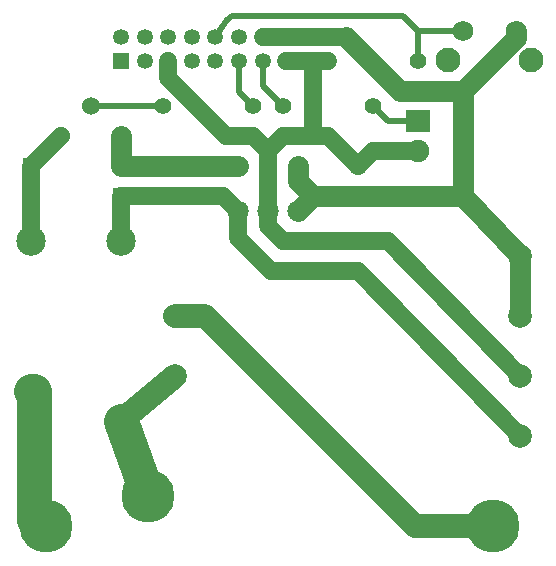
<source format=gbl>
G04 #@! TF.FileFunction,Copper,L2,Bot,Signal*
%FSLAX46Y46*%
G04 Gerber Fmt 4.6, Leading zero omitted, Abs format (unit mm)*
G04 Created by KiCad (PCBNEW 4.0.2-stable) date 31-5-2016 17:43:18*
%MOMM*%
G01*
G04 APERTURE LIST*
%ADD10C,0.100000*%
%ADD11R,2.000000X1.900000*%
%ADD12C,1.900000*%
%ADD13C,2.100000*%
%ADD14C,1.750000*%
%ADD15C,1.524000*%
%ADD16R,1.350000X1.350000*%
%ADD17C,1.350000*%
%ADD18R,1.397000X1.397000*%
%ADD19C,1.397000*%
%ADD20C,2.500000*%
%ADD21R,1.300000X1.300000*%
%ADD22C,1.300000*%
%ADD23C,4.500880*%
%ADD24C,2.000000*%
%ADD25C,1.800000*%
%ADD26C,0.600000*%
%ADD27C,0.500000*%
%ADD28C,1.500000*%
%ADD29C,2.000000*%
%ADD30C,3.000000*%
%ADD31C,1.800000*%
G04 APERTURE END LIST*
D10*
D11*
X177800000Y-107950000D03*
D12*
X177800000Y-110490000D03*
D13*
X187370000Y-102820000D03*
D14*
X186110000Y-100330000D03*
X181610000Y-100330000D03*
D13*
X180360000Y-102820000D03*
D15*
X150114000Y-106680000D03*
X152654000Y-109220000D03*
X147574000Y-109220000D03*
D16*
X152654000Y-102870000D03*
D17*
X154654000Y-102870000D03*
X156654000Y-102870000D03*
X158654000Y-102870000D03*
X160654000Y-102870000D03*
X162654000Y-102870000D03*
X164654000Y-102870000D03*
X166654000Y-102870000D03*
X152654000Y-100870000D03*
X154654000Y-100870000D03*
X156654000Y-100870000D03*
X158654000Y-100870000D03*
X160654000Y-100870000D03*
X162654000Y-100870000D03*
X164654000Y-100870000D03*
X166654000Y-100870000D03*
D18*
X152654000Y-114300000D03*
D19*
X145034000Y-114300000D03*
D18*
X145034000Y-111760000D03*
D19*
X152654000Y-111760000D03*
D20*
X152654000Y-118110000D03*
X145034000Y-118110000D03*
X152654000Y-133350000D03*
X145034000Y-130810000D03*
D19*
X156210000Y-106680000D03*
X163830000Y-106680000D03*
X173990000Y-106680000D03*
X166370000Y-106680000D03*
D21*
X157480000Y-114300000D03*
D22*
X157480000Y-111800000D03*
D21*
X172720000Y-111760000D03*
D22*
X172720000Y-114260000D03*
D19*
X170180000Y-102870000D03*
X177800000Y-102870000D03*
D23*
X154940000Y-139700000D03*
X184150000Y-142240000D03*
X146304000Y-142240000D03*
D24*
X186436000Y-129540000D03*
X159766000Y-124460000D03*
X186436000Y-124460000D03*
X157226000Y-129540000D03*
X157226000Y-124460000D03*
X186436000Y-119380000D03*
X186436000Y-134620000D03*
D25*
X165100000Y-115570000D03*
X167640000Y-115570000D03*
X162560000Y-115570000D03*
D26*
X162560000Y-111760000D03*
X167640000Y-111760000D03*
D27*
X164654000Y-102870000D02*
X164654000Y-104964000D01*
X164654000Y-104964000D02*
X166370000Y-106680000D01*
D28*
X147574000Y-109220000D02*
X145034000Y-111760000D01*
X145034000Y-111760000D02*
X145034000Y-114300000D01*
X145034000Y-114300000D02*
X145034000Y-118110000D01*
X162560000Y-116840000D02*
X162560000Y-117856000D01*
X162560000Y-117856000D02*
X165354000Y-120650000D01*
X165354000Y-120650000D02*
X166370000Y-120650000D01*
X166370000Y-120650000D02*
X172720000Y-120650000D01*
X162560000Y-116840000D02*
X162560000Y-115570000D01*
X186436000Y-134620000D02*
X172720000Y-120650000D01*
X157480000Y-114300000D02*
X161290000Y-114300000D01*
X161290000Y-114300000D02*
X162560000Y-115570000D01*
X152654000Y-114300000D02*
X157480000Y-114300000D01*
X152654000Y-114300000D02*
X152654000Y-118110000D01*
D29*
X157226000Y-129540000D02*
X152654000Y-133350000D01*
D30*
X152654000Y-133350000D02*
X154940000Y-139700000D01*
D29*
X159766000Y-124460000D02*
X177546000Y-142240000D01*
X177546000Y-142240000D02*
X184150000Y-142240000D01*
X157226000Y-124460000D02*
X159766000Y-124460000D01*
D27*
X150114000Y-106680000D02*
X156210000Y-106680000D01*
D28*
X166654000Y-100870000D02*
X171704000Y-100870000D01*
D31*
X171736000Y-100870000D02*
X176276000Y-105410000D01*
X176276000Y-105410000D02*
X177800000Y-105410000D01*
X177800000Y-105410000D02*
X181610000Y-105410000D01*
X171704000Y-100870000D02*
X171736000Y-100870000D01*
X186436000Y-119380000D02*
X186436000Y-124460000D01*
X168910000Y-114300000D02*
X172680000Y-114300000D01*
X172680000Y-114300000D02*
X181610000Y-114300000D01*
X167640000Y-111760000D02*
X167640000Y-113030000D01*
X167640000Y-113030000D02*
X168910000Y-114300000D01*
X157440000Y-111760000D02*
X162560000Y-111760000D01*
X181610000Y-105410000D02*
X181610000Y-114300000D01*
X167640000Y-115570000D02*
X168910000Y-114300000D01*
X181610000Y-114300000D02*
X186436000Y-119380000D01*
X152654000Y-111760000D02*
X157440000Y-111760000D01*
D28*
X164654000Y-100870000D02*
X166654000Y-100870000D01*
D31*
X152654000Y-109220000D02*
X152654000Y-111760000D01*
X186110000Y-100330000D02*
X186110000Y-100910000D01*
X186110000Y-100910000D02*
X181610000Y-105410000D01*
D27*
X162654000Y-102870000D02*
X162654000Y-105504000D01*
X162654000Y-105504000D02*
X163830000Y-106680000D01*
X163670000Y-106520000D02*
X163830000Y-106680000D01*
D28*
X156654000Y-104330000D02*
X161544000Y-109220000D01*
X165100000Y-110490000D02*
X163830000Y-109220000D01*
X156654000Y-104330000D02*
X156654000Y-102870000D01*
X161544000Y-109220000D02*
X163830000Y-109220000D01*
X168910000Y-109220000D02*
X168910000Y-102870000D01*
X165100000Y-115570000D02*
X165100000Y-116840000D01*
X165100000Y-116840000D02*
X166370000Y-118110000D01*
X166370000Y-118110000D02*
X175260000Y-118110000D01*
X175260000Y-118110000D02*
X186436000Y-129540000D01*
X170180000Y-102870000D02*
X168910000Y-102870000D01*
X168910000Y-102870000D02*
X166654000Y-102870000D01*
X167670000Y-109220000D02*
X167640000Y-109220000D01*
X165100000Y-115570000D02*
X165100000Y-110490000D01*
X170180000Y-109220000D02*
X172720000Y-111760000D01*
X168910000Y-109220000D02*
X170180000Y-109220000D01*
X166370000Y-109220000D02*
X167640000Y-109220000D01*
X165100000Y-110490000D02*
X166370000Y-109220000D01*
X167640000Y-109220000D02*
X168910000Y-109220000D01*
X177800000Y-110490000D02*
X173990000Y-110490000D01*
X173990000Y-110490000D02*
X172720000Y-111760000D01*
D27*
X181610000Y-100330000D02*
X177800000Y-100330000D01*
X170180000Y-99060000D02*
X170688000Y-99060000D01*
X160654000Y-100870000D02*
X161670000Y-99440000D01*
X162050000Y-99060000D02*
X170180000Y-99060000D01*
X161670000Y-99440000D02*
X162050000Y-99060000D01*
X177800000Y-100330000D02*
X177800000Y-102870000D01*
X176530000Y-99060000D02*
X177800000Y-100330000D01*
X170688000Y-99060000D02*
X176530000Y-99060000D01*
X170688000Y-99060000D02*
X170688000Y-99060000D01*
D30*
X145034000Y-130810000D02*
X145288000Y-130810000D01*
X145288000Y-130810000D02*
X145288000Y-141732000D01*
X145288000Y-141732000D02*
X145796000Y-142240000D01*
X145796000Y-142240000D02*
X146304000Y-142240000D01*
D27*
X173990000Y-106680000D02*
X175260000Y-107950000D01*
X175260000Y-107950000D02*
X177800000Y-107950000D01*
M02*

</source>
